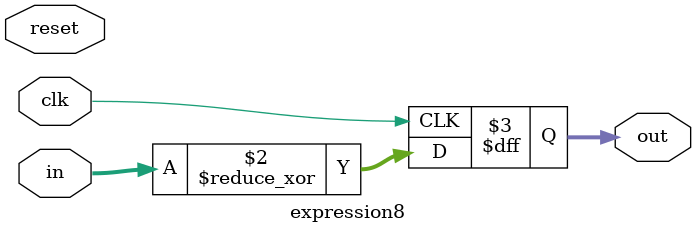
<source format=v>
module expression8
  #(parameter integer WIDTH = 8)
  (input wire             reset,
   input wire             clk,
   input wire [WIDTH-1:0] in,
   output reg [WIDTH-1:0] out);

   always @(posedge clk) out <= ^in;

endmodule

</source>
